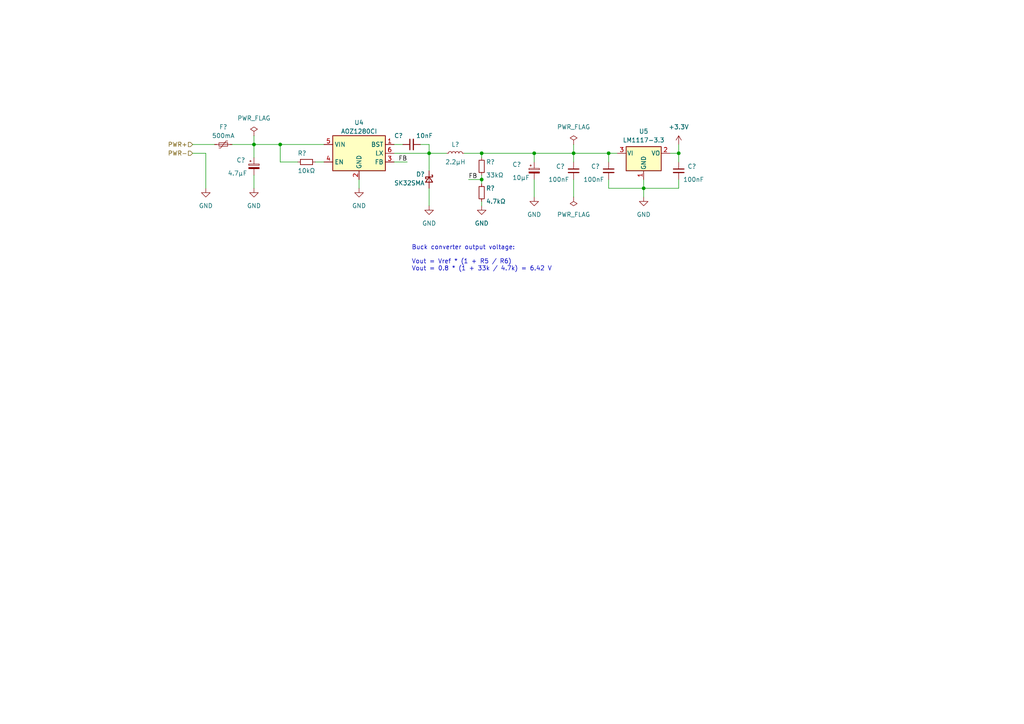
<source format=kicad_sch>
(kicad_sch (version 20211123) (generator eeschema)

  (uuid 5a8461ac-757d-4c57-923c-d8ce29e7ea2d)

  (paper "A4")

  (lib_symbols
    (symbol "Device:C_Polarized_Small" (pin_numbers hide) (pin_names (offset 0.254) hide) (in_bom yes) (on_board yes)
      (property "Reference" "C" (id 0) (at 0.254 1.778 0)
        (effects (font (size 1.27 1.27)) (justify left))
      )
      (property "Value" "C_Polarized_Small" (id 1) (at 0.254 -2.032 0)
        (effects (font (size 1.27 1.27)) (justify left))
      )
      (property "Footprint" "" (id 2) (at 0 0 0)
        (effects (font (size 1.27 1.27)) hide)
      )
      (property "Datasheet" "~" (id 3) (at 0 0 0)
        (effects (font (size 1.27 1.27)) hide)
      )
      (property "ki_keywords" "cap capacitor" (id 4) (at 0 0 0)
        (effects (font (size 1.27 1.27)) hide)
      )
      (property "ki_description" "Polarized capacitor, small symbol" (id 5) (at 0 0 0)
        (effects (font (size 1.27 1.27)) hide)
      )
      (property "ki_fp_filters" "CP_*" (id 6) (at 0 0 0)
        (effects (font (size 1.27 1.27)) hide)
      )
      (symbol "C_Polarized_Small_0_1"
        (rectangle (start -1.524 -0.3048) (end 1.524 -0.6858)
          (stroke (width 0) (type default) (color 0 0 0 0))
          (fill (type outline))
        )
        (rectangle (start -1.524 0.6858) (end 1.524 0.3048)
          (stroke (width 0) (type default) (color 0 0 0 0))
          (fill (type none))
        )
        (polyline
          (pts
            (xy -1.27 1.524)
            (xy -0.762 1.524)
          )
          (stroke (width 0) (type default) (color 0 0 0 0))
          (fill (type none))
        )
        (polyline
          (pts
            (xy -1.016 1.27)
            (xy -1.016 1.778)
          )
          (stroke (width 0) (type default) (color 0 0 0 0))
          (fill (type none))
        )
      )
      (symbol "C_Polarized_Small_1_1"
        (pin passive line (at 0 2.54 270) (length 1.8542)
          (name "~" (effects (font (size 1.27 1.27))))
          (number "1" (effects (font (size 1.27 1.27))))
        )
        (pin passive line (at 0 -2.54 90) (length 1.8542)
          (name "~" (effects (font (size 1.27 1.27))))
          (number "2" (effects (font (size 1.27 1.27))))
        )
      )
    )
    (symbol "Device:C_Small" (pin_numbers hide) (pin_names (offset 0.254) hide) (in_bom yes) (on_board yes)
      (property "Reference" "C" (id 0) (at 0.254 1.778 0)
        (effects (font (size 1.27 1.27)) (justify left))
      )
      (property "Value" "C_Small" (id 1) (at 0.254 -2.032 0)
        (effects (font (size 1.27 1.27)) (justify left))
      )
      (property "Footprint" "" (id 2) (at 0 0 0)
        (effects (font (size 1.27 1.27)) hide)
      )
      (property "Datasheet" "~" (id 3) (at 0 0 0)
        (effects (font (size 1.27 1.27)) hide)
      )
      (property "ki_keywords" "capacitor cap" (id 4) (at 0 0 0)
        (effects (font (size 1.27 1.27)) hide)
      )
      (property "ki_description" "Unpolarized capacitor, small symbol" (id 5) (at 0 0 0)
        (effects (font (size 1.27 1.27)) hide)
      )
      (property "ki_fp_filters" "C_*" (id 6) (at 0 0 0)
        (effects (font (size 1.27 1.27)) hide)
      )
      (symbol "C_Small_0_1"
        (polyline
          (pts
            (xy -1.524 -0.508)
            (xy 1.524 -0.508)
          )
          (stroke (width 0.3302) (type default) (color 0 0 0 0))
          (fill (type none))
        )
        (polyline
          (pts
            (xy -1.524 0.508)
            (xy 1.524 0.508)
          )
          (stroke (width 0.3048) (type default) (color 0 0 0 0))
          (fill (type none))
        )
      )
      (symbol "C_Small_1_1"
        (pin passive line (at 0 2.54 270) (length 2.032)
          (name "~" (effects (font (size 1.27 1.27))))
          (number "1" (effects (font (size 1.27 1.27))))
        )
        (pin passive line (at 0 -2.54 90) (length 2.032)
          (name "~" (effects (font (size 1.27 1.27))))
          (number "2" (effects (font (size 1.27 1.27))))
        )
      )
    )
    (symbol "Device:D_Schottky_Small" (pin_numbers hide) (pin_names (offset 0.254) hide) (in_bom yes) (on_board yes)
      (property "Reference" "D" (id 0) (at -1.27 2.032 0)
        (effects (font (size 1.27 1.27)) (justify left))
      )
      (property "Value" "D_Schottky_Small" (id 1) (at -7.112 -2.032 0)
        (effects (font (size 1.27 1.27)) (justify left))
      )
      (property "Footprint" "" (id 2) (at 0 0 90)
        (effects (font (size 1.27 1.27)) hide)
      )
      (property "Datasheet" "~" (id 3) (at 0 0 90)
        (effects (font (size 1.27 1.27)) hide)
      )
      (property "ki_keywords" "diode Schottky" (id 4) (at 0 0 0)
        (effects (font (size 1.27 1.27)) hide)
      )
      (property "ki_description" "Schottky diode, small symbol" (id 5) (at 0 0 0)
        (effects (font (size 1.27 1.27)) hide)
      )
      (property "ki_fp_filters" "TO-???* *_Diode_* *SingleDiode* D_*" (id 6) (at 0 0 0)
        (effects (font (size 1.27 1.27)) hide)
      )
      (symbol "D_Schottky_Small_0_1"
        (polyline
          (pts
            (xy -0.762 0)
            (xy 0.762 0)
          )
          (stroke (width 0) (type default) (color 0 0 0 0))
          (fill (type none))
        )
        (polyline
          (pts
            (xy 0.762 -1.016)
            (xy -0.762 0)
            (xy 0.762 1.016)
            (xy 0.762 -1.016)
          )
          (stroke (width 0.254) (type default) (color 0 0 0 0))
          (fill (type none))
        )
        (polyline
          (pts
            (xy -1.27 0.762)
            (xy -1.27 1.016)
            (xy -0.762 1.016)
            (xy -0.762 -1.016)
            (xy -0.254 -1.016)
            (xy -0.254 -0.762)
          )
          (stroke (width 0.254) (type default) (color 0 0 0 0))
          (fill (type none))
        )
      )
      (symbol "D_Schottky_Small_1_1"
        (pin passive line (at -2.54 0 0) (length 1.778)
          (name "K" (effects (font (size 1.27 1.27))))
          (number "1" (effects (font (size 1.27 1.27))))
        )
        (pin passive line (at 2.54 0 180) (length 1.778)
          (name "A" (effects (font (size 1.27 1.27))))
          (number "2" (effects (font (size 1.27 1.27))))
        )
      )
    )
    (symbol "Device:L_Small" (pin_numbers hide) (pin_names (offset 0.254) hide) (in_bom yes) (on_board yes)
      (property "Reference" "L" (id 0) (at 0.762 1.016 0)
        (effects (font (size 1.27 1.27)) (justify left))
      )
      (property "Value" "L_Small" (id 1) (at 0.762 -1.016 0)
        (effects (font (size 1.27 1.27)) (justify left))
      )
      (property "Footprint" "" (id 2) (at 0 0 0)
        (effects (font (size 1.27 1.27)) hide)
      )
      (property "Datasheet" "~" (id 3) (at 0 0 0)
        (effects (font (size 1.27 1.27)) hide)
      )
      (property "ki_keywords" "inductor choke coil reactor magnetic" (id 4) (at 0 0 0)
        (effects (font (size 1.27 1.27)) hide)
      )
      (property "ki_description" "Inductor, small symbol" (id 5) (at 0 0 0)
        (effects (font (size 1.27 1.27)) hide)
      )
      (property "ki_fp_filters" "Choke_* *Coil* Inductor_* L_*" (id 6) (at 0 0 0)
        (effects (font (size 1.27 1.27)) hide)
      )
      (symbol "L_Small_0_1"
        (arc (start 0 -2.032) (mid 0.508 -1.524) (end 0 -1.016)
          (stroke (width 0) (type default) (color 0 0 0 0))
          (fill (type none))
        )
        (arc (start 0 -1.016) (mid 0.508 -0.508) (end 0 0)
          (stroke (width 0) (type default) (color 0 0 0 0))
          (fill (type none))
        )
        (arc (start 0 0) (mid 0.508 0.508) (end 0 1.016)
          (stroke (width 0) (type default) (color 0 0 0 0))
          (fill (type none))
        )
        (arc (start 0 1.016) (mid 0.508 1.524) (end 0 2.032)
          (stroke (width 0) (type default) (color 0 0 0 0))
          (fill (type none))
        )
      )
      (symbol "L_Small_1_1"
        (pin passive line (at 0 2.54 270) (length 0.508)
          (name "~" (effects (font (size 1.27 1.27))))
          (number "1" (effects (font (size 1.27 1.27))))
        )
        (pin passive line (at 0 -2.54 90) (length 0.508)
          (name "~" (effects (font (size 1.27 1.27))))
          (number "2" (effects (font (size 1.27 1.27))))
        )
      )
    )
    (symbol "Device:Polyfuse_Small" (pin_numbers hide) (pin_names (offset 0)) (in_bom yes) (on_board yes)
      (property "Reference" "F" (id 0) (at -1.905 0 90)
        (effects (font (size 1.27 1.27)))
      )
      (property "Value" "Polyfuse_Small" (id 1) (at 1.905 0 90)
        (effects (font (size 1.27 1.27)))
      )
      (property "Footprint" "" (id 2) (at 1.27 -5.08 0)
        (effects (font (size 1.27 1.27)) (justify left) hide)
      )
      (property "Datasheet" "~" (id 3) (at 0 0 0)
        (effects (font (size 1.27 1.27)) hide)
      )
      (property "ki_keywords" "resettable fuse PTC PPTC polyfuse polyswitch" (id 4) (at 0 0 0)
        (effects (font (size 1.27 1.27)) hide)
      )
      (property "ki_description" "Resettable fuse, polymeric positive temperature coefficient, small symbol" (id 5) (at 0 0 0)
        (effects (font (size 1.27 1.27)) hide)
      )
      (property "ki_fp_filters" "*polyfuse* *PTC*" (id 6) (at 0 0 0)
        (effects (font (size 1.27 1.27)) hide)
      )
      (symbol "Polyfuse_Small_0_1"
        (rectangle (start -0.508 1.27) (end 0.508 -1.27)
          (stroke (width 0) (type default) (color 0 0 0 0))
          (fill (type none))
        )
        (polyline
          (pts
            (xy 0 2.54)
            (xy 0 -2.54)
          )
          (stroke (width 0) (type default) (color 0 0 0 0))
          (fill (type none))
        )
        (polyline
          (pts
            (xy -1.016 1.27)
            (xy -1.016 0.762)
            (xy 1.016 -0.762)
            (xy 1.016 -1.27)
          )
          (stroke (width 0) (type default) (color 0 0 0 0))
          (fill (type none))
        )
      )
      (symbol "Polyfuse_Small_1_1"
        (pin passive line (at 0 2.54 270) (length 0.635)
          (name "~" (effects (font (size 1.27 1.27))))
          (number "1" (effects (font (size 1.27 1.27))))
        )
        (pin passive line (at 0 -2.54 90) (length 0.635)
          (name "~" (effects (font (size 1.27 1.27))))
          (number "2" (effects (font (size 1.27 1.27))))
        )
      )
    )
    (symbol "Device:R_Small" (pin_numbers hide) (pin_names (offset 0.254) hide) (in_bom yes) (on_board yes)
      (property "Reference" "R" (id 0) (at 0.762 0.508 0)
        (effects (font (size 1.27 1.27)) (justify left))
      )
      (property "Value" "R_Small" (id 1) (at 0.762 -1.016 0)
        (effects (font (size 1.27 1.27)) (justify left))
      )
      (property "Footprint" "" (id 2) (at 0 0 0)
        (effects (font (size 1.27 1.27)) hide)
      )
      (property "Datasheet" "~" (id 3) (at 0 0 0)
        (effects (font (size 1.27 1.27)) hide)
      )
      (property "ki_keywords" "R resistor" (id 4) (at 0 0 0)
        (effects (font (size 1.27 1.27)) hide)
      )
      (property "ki_description" "Resistor, small symbol" (id 5) (at 0 0 0)
        (effects (font (size 1.27 1.27)) hide)
      )
      (property "ki_fp_filters" "R_*" (id 6) (at 0 0 0)
        (effects (font (size 1.27 1.27)) hide)
      )
      (symbol "R_Small_0_1"
        (rectangle (start -0.762 1.778) (end 0.762 -1.778)
          (stroke (width 0.2032) (type default) (color 0 0 0 0))
          (fill (type none))
        )
      )
      (symbol "R_Small_1_1"
        (pin passive line (at 0 2.54 270) (length 0.762)
          (name "~" (effects (font (size 1.27 1.27))))
          (number "1" (effects (font (size 1.27 1.27))))
        )
        (pin passive line (at 0 -2.54 90) (length 0.762)
          (name "~" (effects (font (size 1.27 1.27))))
          (number "2" (effects (font (size 1.27 1.27))))
        )
      )
    )
    (symbol "Regulator_Linear:LM1117-3.3" (pin_names (offset 0.254)) (in_bom yes) (on_board yes)
      (property "Reference" "U" (id 0) (at -3.81 3.175 0)
        (effects (font (size 1.27 1.27)))
      )
      (property "Value" "LM1117-3.3" (id 1) (at 0 3.175 0)
        (effects (font (size 1.27 1.27)) (justify left))
      )
      (property "Footprint" "" (id 2) (at 0 0 0)
        (effects (font (size 1.27 1.27)) hide)
      )
      (property "Datasheet" "http://www.ti.com/lit/ds/symlink/lm1117.pdf" (id 3) (at 0 0 0)
        (effects (font (size 1.27 1.27)) hide)
      )
      (property "ki_keywords" "linear regulator ldo fixed positive" (id 4) (at 0 0 0)
        (effects (font (size 1.27 1.27)) hide)
      )
      (property "ki_description" "800mA Low-Dropout Linear Regulator, 3.3V fixed output, TO-220/TO-252/TO-263/SOT-223" (id 5) (at 0 0 0)
        (effects (font (size 1.27 1.27)) hide)
      )
      (property "ki_fp_filters" "SOT?223* TO?263* TO?252* TO?220*" (id 6) (at 0 0 0)
        (effects (font (size 1.27 1.27)) hide)
      )
      (symbol "LM1117-3.3_0_1"
        (rectangle (start -5.08 -5.08) (end 5.08 1.905)
          (stroke (width 0.254) (type default) (color 0 0 0 0))
          (fill (type background))
        )
      )
      (symbol "LM1117-3.3_1_1"
        (pin power_in line (at 0 -7.62 90) (length 2.54)
          (name "GND" (effects (font (size 1.27 1.27))))
          (number "1" (effects (font (size 1.27 1.27))))
        )
        (pin power_out line (at 7.62 0 180) (length 2.54)
          (name "VO" (effects (font (size 1.27 1.27))))
          (number "2" (effects (font (size 1.27 1.27))))
        )
        (pin power_in line (at -7.62 0 0) (length 2.54)
          (name "VI" (effects (font (size 1.27 1.27))))
          (number "3" (effects (font (size 1.27 1.27))))
        )
      )
    )
    (symbol "Regulator_Switching:AOZ1280CI" (in_bom yes) (on_board yes)
      (property "Reference" "U" (id 0) (at -6.35 -6.35 0)
        (effects (font (size 1.27 1.27)))
      )
      (property "Value" "AOZ1280CI" (id 1) (at -2.54 6.35 0)
        (effects (font (size 1.27 1.27)))
      )
      (property "Footprint" "Package_TO_SOT_SMD:SOT-23-6" (id 2) (at 17.78 -6.35 0)
        (effects (font (size 1.27 1.27)) hide)
      )
      (property "Datasheet" "http://aosmd.com/res/data_sheets/AOZ1280CI.pdf" (id 3) (at -6.35 -6.35 0)
        (effects (font (size 1.27 1.27)) hide)
      )
      (property "ki_keywords" "switching buck converter" (id 4) (at 0 0 0)
        (effects (font (size 1.27 1.27)) hide)
      )
      (property "ki_description" "1.2 A Simple Buck Regulator, 3-26V input, 1.5Mhz" (id 5) (at 0 0 0)
        (effects (font (size 1.27 1.27)) hide)
      )
      (property "ki_fp_filters" "SOT?23*" (id 6) (at 0 0 0)
        (effects (font (size 1.27 1.27)) hide)
      )
      (symbol "AOZ1280CI_0_1"
        (rectangle (start -7.62 5.08) (end 7.62 -5.08)
          (stroke (width 0.254) (type default) (color 0 0 0 0))
          (fill (type background))
        )
      )
      (symbol "AOZ1280CI_1_1"
        (pin input line (at 10.16 2.54 180) (length 2.54)
          (name "BST" (effects (font (size 1.27 1.27))))
          (number "1" (effects (font (size 1.27 1.27))))
        )
        (pin power_in line (at 0 -7.62 90) (length 2.54)
          (name "GND" (effects (font (size 1.27 1.27))))
          (number "2" (effects (font (size 1.27 1.27))))
        )
        (pin input line (at 10.16 -2.54 180) (length 2.54)
          (name "FB" (effects (font (size 1.27 1.27))))
          (number "3" (effects (font (size 1.27 1.27))))
        )
        (pin input line (at -10.16 -2.54 0) (length 2.54)
          (name "EN" (effects (font (size 1.27 1.27))))
          (number "4" (effects (font (size 1.27 1.27))))
        )
        (pin power_in line (at -10.16 2.54 0) (length 2.54)
          (name "VIN" (effects (font (size 1.27 1.27))))
          (number "5" (effects (font (size 1.27 1.27))))
        )
        (pin power_out line (at 10.16 0 180) (length 2.54)
          (name "LX" (effects (font (size 1.27 1.27))))
          (number "6" (effects (font (size 1.27 1.27))))
        )
      )
    )
    (symbol "power:+3.3V" (power) (pin_names (offset 0)) (in_bom yes) (on_board yes)
      (property "Reference" "#PWR" (id 0) (at 0 -3.81 0)
        (effects (font (size 1.27 1.27)) hide)
      )
      (property "Value" "+3.3V" (id 1) (at 0 3.556 0)
        (effects (font (size 1.27 1.27)))
      )
      (property "Footprint" "" (id 2) (at 0 0 0)
        (effects (font (size 1.27 1.27)) hide)
      )
      (property "Datasheet" "" (id 3) (at 0 0 0)
        (effects (font (size 1.27 1.27)) hide)
      )
      (property "ki_keywords" "power-flag" (id 4) (at 0 0 0)
        (effects (font (size 1.27 1.27)) hide)
      )
      (property "ki_description" "Power symbol creates a global label with name \"+3.3V\"" (id 5) (at 0 0 0)
        (effects (font (size 1.27 1.27)) hide)
      )
      (symbol "+3.3V_0_1"
        (polyline
          (pts
            (xy -0.762 1.27)
            (xy 0 2.54)
          )
          (stroke (width 0) (type default) (color 0 0 0 0))
          (fill (type none))
        )
        (polyline
          (pts
            (xy 0 0)
            (xy 0 2.54)
          )
          (stroke (width 0) (type default) (color 0 0 0 0))
          (fill (type none))
        )
        (polyline
          (pts
            (xy 0 2.54)
            (xy 0.762 1.27)
          )
          (stroke (width 0) (type default) (color 0 0 0 0))
          (fill (type none))
        )
      )
      (symbol "+3.3V_1_1"
        (pin power_in line (at 0 0 90) (length 0) hide
          (name "+3.3V" (effects (font (size 1.27 1.27))))
          (number "1" (effects (font (size 1.27 1.27))))
        )
      )
    )
    (symbol "power:GND" (power) (pin_names (offset 0)) (in_bom yes) (on_board yes)
      (property "Reference" "#PWR" (id 0) (at 0 -6.35 0)
        (effects (font (size 1.27 1.27)) hide)
      )
      (property "Value" "GND" (id 1) (at 0 -3.81 0)
        (effects (font (size 1.27 1.27)))
      )
      (property "Footprint" "" (id 2) (at 0 0 0)
        (effects (font (size 1.27 1.27)) hide)
      )
      (property "Datasheet" "" (id 3) (at 0 0 0)
        (effects (font (size 1.27 1.27)) hide)
      )
      (property "ki_keywords" "power-flag" (id 4) (at 0 0 0)
        (effects (font (size 1.27 1.27)) hide)
      )
      (property "ki_description" "Power symbol creates a global label with name \"GND\" , ground" (id 5) (at 0 0 0)
        (effects (font (size 1.27 1.27)) hide)
      )
      (symbol "GND_0_1"
        (polyline
          (pts
            (xy 0 0)
            (xy 0 -1.27)
            (xy 1.27 -1.27)
            (xy 0 -2.54)
            (xy -1.27 -1.27)
            (xy 0 -1.27)
          )
          (stroke (width 0) (type default) (color 0 0 0 0))
          (fill (type none))
        )
      )
      (symbol "GND_1_1"
        (pin power_in line (at 0 0 270) (length 0) hide
          (name "GND" (effects (font (size 1.27 1.27))))
          (number "1" (effects (font (size 1.27 1.27))))
        )
      )
    )
    (symbol "power:PWR_FLAG" (power) (pin_numbers hide) (pin_names (offset 0) hide) (in_bom yes) (on_board yes)
      (property "Reference" "#FLG" (id 0) (at 0 1.905 0)
        (effects (font (size 1.27 1.27)) hide)
      )
      (property "Value" "PWR_FLAG" (id 1) (at 0 3.81 0)
        (effects (font (size 1.27 1.27)))
      )
      (property "Footprint" "" (id 2) (at 0 0 0)
        (effects (font (size 1.27 1.27)) hide)
      )
      (property "Datasheet" "~" (id 3) (at 0 0 0)
        (effects (font (size 1.27 1.27)) hide)
      )
      (property "ki_keywords" "power-flag" (id 4) (at 0 0 0)
        (effects (font (size 1.27 1.27)) hide)
      )
      (property "ki_description" "Special symbol for telling ERC where power comes from" (id 5) (at 0 0 0)
        (effects (font (size 1.27 1.27)) hide)
      )
      (symbol "PWR_FLAG_0_0"
        (pin power_out line (at 0 0 90) (length 0)
          (name "pwr" (effects (font (size 1.27 1.27))))
          (number "1" (effects (font (size 1.27 1.27))))
        )
      )
      (symbol "PWR_FLAG_0_1"
        (polyline
          (pts
            (xy 0 0)
            (xy 0 1.27)
            (xy -1.016 1.905)
            (xy 0 2.54)
            (xy 1.016 1.905)
            (xy 0 1.27)
          )
          (stroke (width 0) (type default) (color 0 0 0 0))
          (fill (type none))
        )
      )
    )
  )

  (junction (at 176.53 44.45) (diameter 0) (color 0 0 0 0)
    (uuid 194dad0d-0b12-43fa-b4dd-8363e095f753)
  )
  (junction (at 124.46 44.45) (diameter 0) (color 0 0 0 0)
    (uuid 1ba47e0c-d65c-4c2a-9cbf-35a6558cf831)
  )
  (junction (at 154.94 44.45) (diameter 0) (color 0 0 0 0)
    (uuid 37520bfb-b36c-434e-848f-6847bfe76bfe)
  )
  (junction (at 73.66 41.91) (diameter 0) (color 0 0 0 0)
    (uuid 491c7ebc-37fa-4137-b6e5-fe6a87fbb000)
  )
  (junction (at 139.7 44.45) (diameter 0) (color 0 0 0 0)
    (uuid 739c6605-e355-43c8-905d-e672e25a9ca9)
  )
  (junction (at 166.37 44.45) (diameter 0) (color 0 0 0 0)
    (uuid 822c857c-bdc5-4ab9-82ea-794a5b7a906f)
  )
  (junction (at 196.85 44.45) (diameter 0) (color 0 0 0 0)
    (uuid 973e57d9-d9de-4207-839b-68dfb581dc4d)
  )
  (junction (at 186.69 54.61) (diameter 0) (color 0 0 0 0)
    (uuid d3467193-9926-4c7f-b1b4-75c69d26be37)
  )
  (junction (at 139.7 52.07) (diameter 0) (color 0 0 0 0)
    (uuid d5ff5b15-d852-4a2b-891e-d4bf00afd2e2)
  )
  (junction (at 81.28 41.91) (diameter 0) (color 0 0 0 0)
    (uuid ecb42793-d230-4e39-840f-0eb0b77756d4)
  )

  (wire (pts (xy 176.53 44.45) (xy 176.53 46.99))
    (stroke (width 0) (type default) (color 0 0 0 0))
    (uuid 00882d6e-38d1-483a-ab69-ccc64f261f5e)
  )
  (wire (pts (xy 176.53 44.45) (xy 179.07 44.45))
    (stroke (width 0) (type default) (color 0 0 0 0))
    (uuid 04b3c53f-3c50-452a-a24f-91ca02ebb4f9)
  )
  (wire (pts (xy 67.31 41.91) (xy 73.66 41.91))
    (stroke (width 0) (type default) (color 0 0 0 0))
    (uuid 09ef03ce-c363-4f6a-a593-2c0890da4c3a)
  )
  (wire (pts (xy 176.53 54.61) (xy 186.69 54.61))
    (stroke (width 0) (type default) (color 0 0 0 0))
    (uuid 18108488-9887-49da-ae0b-4fd7931d8f44)
  )
  (wire (pts (xy 196.85 44.45) (xy 196.85 46.99))
    (stroke (width 0) (type default) (color 0 0 0 0))
    (uuid 1816e543-7a3f-4620-9c2e-ecfe8e5c05b3)
  )
  (wire (pts (xy 55.88 44.45) (xy 59.69 44.45))
    (stroke (width 0) (type default) (color 0 0 0 0))
    (uuid 1d4fe6fe-7c2c-42b3-a5b8-0456bc89b4a4)
  )
  (wire (pts (xy 86.36 46.99) (xy 81.28 46.99))
    (stroke (width 0) (type default) (color 0 0 0 0))
    (uuid 282921e4-be40-4b1f-bdbc-543817fde1ca)
  )
  (wire (pts (xy 73.66 39.37) (xy 73.66 41.91))
    (stroke (width 0) (type default) (color 0 0 0 0))
    (uuid 2c5c9dc9-b27c-4b51-b178-955036ab0def)
  )
  (wire (pts (xy 139.7 44.45) (xy 139.7 45.72))
    (stroke (width 0) (type default) (color 0 0 0 0))
    (uuid 2ef80756-2d16-4646-a2e9-c2adf356c238)
  )
  (wire (pts (xy 73.66 41.91) (xy 73.66 45.72))
    (stroke (width 0) (type default) (color 0 0 0 0))
    (uuid 306360ad-e98a-47ee-a628-9e972c81a6b1)
  )
  (wire (pts (xy 139.7 50.8) (xy 139.7 52.07))
    (stroke (width 0) (type default) (color 0 0 0 0))
    (uuid 3438919f-9346-4ae4-9514-b46dc7978bfd)
  )
  (wire (pts (xy 166.37 44.45) (xy 166.37 46.99))
    (stroke (width 0) (type default) (color 0 0 0 0))
    (uuid 370e7b39-9e73-465c-beb4-7a19a7dc5f04)
  )
  (wire (pts (xy 186.69 54.61) (xy 196.85 54.61))
    (stroke (width 0) (type default) (color 0 0 0 0))
    (uuid 3d75b551-8738-4ebe-83e2-58fbdd73943c)
  )
  (wire (pts (xy 154.94 44.45) (xy 166.37 44.45))
    (stroke (width 0) (type default) (color 0 0 0 0))
    (uuid 441d6073-25b0-482c-b7e7-cffb44518d89)
  )
  (wire (pts (xy 154.94 52.07) (xy 154.94 57.15))
    (stroke (width 0) (type default) (color 0 0 0 0))
    (uuid 45d66759-cefb-4d7d-95de-6182204cb044)
  )
  (wire (pts (xy 196.85 52.07) (xy 196.85 54.61))
    (stroke (width 0) (type default) (color 0 0 0 0))
    (uuid 47099763-7a6c-4cf4-9a78-2847e52020dd)
  )
  (wire (pts (xy 124.46 44.45) (xy 124.46 49.53))
    (stroke (width 0) (type default) (color 0 0 0 0))
    (uuid 49c88ca5-5dd7-4d34-b818-683683bdbd5f)
  )
  (wire (pts (xy 154.94 44.45) (xy 154.94 46.99))
    (stroke (width 0) (type default) (color 0 0 0 0))
    (uuid 640c4ca2-746b-4b97-969b-a9a39c36cd3e)
  )
  (wire (pts (xy 166.37 41.91) (xy 166.37 44.45))
    (stroke (width 0) (type default) (color 0 0 0 0))
    (uuid 6b6088ad-8da9-463b-9bb1-4541c50e8e1a)
  )
  (wire (pts (xy 114.3 44.45) (xy 124.46 44.45))
    (stroke (width 0) (type default) (color 0 0 0 0))
    (uuid 6f9c85c1-79d8-4671-97dc-e841745994f4)
  )
  (wire (pts (xy 186.69 52.07) (xy 186.69 54.61))
    (stroke (width 0) (type default) (color 0 0 0 0))
    (uuid 7b63f695-ff2d-42f2-a922-71c469c6d7f9)
  )
  (wire (pts (xy 91.44 46.99) (xy 93.98 46.99))
    (stroke (width 0) (type default) (color 0 0 0 0))
    (uuid 7c4a0093-b006-402e-ac48-f7bb2928c67d)
  )
  (wire (pts (xy 176.53 54.61) (xy 176.53 52.07))
    (stroke (width 0) (type default) (color 0 0 0 0))
    (uuid 7cdfe16b-646d-4d77-81b0-449f5466d677)
  )
  (wire (pts (xy 139.7 44.45) (xy 154.94 44.45))
    (stroke (width 0) (type default) (color 0 0 0 0))
    (uuid 7e400735-8e57-4ee2-a16e-f969f5a9cf4d)
  )
  (wire (pts (xy 59.69 44.45) (xy 59.69 54.61))
    (stroke (width 0) (type default) (color 0 0 0 0))
    (uuid 81898d50-84b9-4ac5-80af-63c25c389019)
  )
  (wire (pts (xy 104.14 52.07) (xy 104.14 54.61))
    (stroke (width 0) (type default) (color 0 0 0 0))
    (uuid 869c1994-50b8-4dd8-91af-9862ff2bd13c)
  )
  (wire (pts (xy 124.46 44.45) (xy 129.54 44.45))
    (stroke (width 0) (type default) (color 0 0 0 0))
    (uuid 8dfa00b1-3e53-4761-be92-f0ecbb2c7d84)
  )
  (wire (pts (xy 186.69 54.61) (xy 186.69 57.15))
    (stroke (width 0) (type default) (color 0 0 0 0))
    (uuid 9adcf8e9-2286-4624-8621-0a7f793a8e96)
  )
  (wire (pts (xy 124.46 54.61) (xy 124.46 59.69))
    (stroke (width 0) (type default) (color 0 0 0 0))
    (uuid 9b46fe76-877a-4f1c-bf39-da150646caa2)
  )
  (wire (pts (xy 81.28 41.91) (xy 93.98 41.91))
    (stroke (width 0) (type default) (color 0 0 0 0))
    (uuid b783c39a-0a5e-486d-9f99-45228938d6f0)
  )
  (wire (pts (xy 114.3 41.91) (xy 116.84 41.91))
    (stroke (width 0) (type default) (color 0 0 0 0))
    (uuid b836a7d7-e46e-40e7-8d05-348e89027448)
  )
  (wire (pts (xy 139.7 58.42) (xy 139.7 59.69))
    (stroke (width 0) (type default) (color 0 0 0 0))
    (uuid b988f241-fc35-46c4-9032-c5a39f5931e6)
  )
  (wire (pts (xy 139.7 52.07) (xy 139.7 53.34))
    (stroke (width 0) (type default) (color 0 0 0 0))
    (uuid ba1a7bb4-3911-417c-9bd9-93eaf811b78a)
  )
  (wire (pts (xy 196.85 41.91) (xy 196.85 44.45))
    (stroke (width 0) (type default) (color 0 0 0 0))
    (uuid c05097dc-03a9-499d-b134-ae8cff44d3e9)
  )
  (wire (pts (xy 124.46 41.91) (xy 124.46 44.45))
    (stroke (width 0) (type default) (color 0 0 0 0))
    (uuid c2112051-c163-467e-a024-7ed34de7f14d)
  )
  (wire (pts (xy 73.66 50.8) (xy 73.66 54.61))
    (stroke (width 0) (type default) (color 0 0 0 0))
    (uuid c3bbef76-c534-424c-81a2-b1ad1f173c28)
  )
  (wire (pts (xy 55.88 41.91) (xy 62.23 41.91))
    (stroke (width 0) (type default) (color 0 0 0 0))
    (uuid c5400cad-2c70-4b07-8410-c134001de932)
  )
  (wire (pts (xy 135.89 52.07) (xy 139.7 52.07))
    (stroke (width 0) (type default) (color 0 0 0 0))
    (uuid c72ef049-0df2-4369-a7e6-ad2579e89d06)
  )
  (wire (pts (xy 121.92 41.91) (xy 124.46 41.91))
    (stroke (width 0) (type default) (color 0 0 0 0))
    (uuid d071dc37-20fd-4ba5-9e11-18b6373f4175)
  )
  (wire (pts (xy 81.28 41.91) (xy 73.66 41.91))
    (stroke (width 0) (type default) (color 0 0 0 0))
    (uuid d661c9ae-3feb-47a5-b522-2900092142ff)
  )
  (wire (pts (xy 194.31 44.45) (xy 196.85 44.45))
    (stroke (width 0) (type default) (color 0 0 0 0))
    (uuid d9dc7dd8-780f-4f9e-884b-cb61fa5512b3)
  )
  (wire (pts (xy 134.62 44.45) (xy 139.7 44.45))
    (stroke (width 0) (type default) (color 0 0 0 0))
    (uuid dc2c7c8f-4620-4878-89e3-7aceaf802644)
  )
  (wire (pts (xy 114.3 46.99) (xy 118.11 46.99))
    (stroke (width 0) (type default) (color 0 0 0 0))
    (uuid e62d102d-3969-415f-a2cc-f7f53425e303)
  )
  (wire (pts (xy 81.28 46.99) (xy 81.28 41.91))
    (stroke (width 0) (type default) (color 0 0 0 0))
    (uuid e9a2ca35-9c44-427f-a8f6-731d8d817da9)
  )
  (wire (pts (xy 166.37 52.07) (xy 166.37 57.15))
    (stroke (width 0) (type default) (color 0 0 0 0))
    (uuid eed76b79-75a4-47d2-bfd8-d3abae125a2b)
  )
  (wire (pts (xy 166.37 44.45) (xy 176.53 44.45))
    (stroke (width 0) (type default) (color 0 0 0 0))
    (uuid f6deaa51-3c59-471e-8ee2-6ecdb769b400)
  )

  (text "Buck converter output voltage:\n\nVout = Vref * (1 + R5 / R6)\nVout = 0.8 * (1 + 33k / 4.7k) = 6.42 V"
    (at 119.38 78.74 0)
    (effects (font (size 1.27 1.27)) (justify left bottom))
    (uuid 45a66dbf-6407-4cce-b435-238b72aa0528)
  )

  (label "FB" (at 135.89 52.07 0)
    (effects (font (size 1.27 1.27)) (justify left bottom))
    (uuid 4d93e7f6-bcdd-4ca6-b5d4-ce213c89acfa)
  )
  (label "FB" (at 118.11 46.99 180)
    (effects (font (size 1.27 1.27)) (justify right bottom))
    (uuid c807222a-2197-48e0-bdfb-bce7b33552e0)
  )

  (hierarchical_label "PWR+" (shape input) (at 55.88 41.91 180)
    (effects (font (size 1.27 1.27)) (justify right))
    (uuid 0cfbff86-74bd-4d35-96dd-6a80c483f92b)
  )
  (hierarchical_label "PWR-" (shape input) (at 55.88 44.45 180)
    (effects (font (size 1.27 1.27)) (justify right))
    (uuid 729ee78c-a194-4d75-a74b-3cbe09304c41)
  )

  (symbol (lib_id "Device:C_Polarized_Small") (at 154.94 49.53 0) (unit 1)
    (in_bom yes) (on_board yes)
    (uuid 002d8516-641b-4814-acf0-88bd28e1318c)
    (property "Reference" "C?" (id 0) (at 148.59 47.7138 0)
      (effects (font (size 1.27 1.27)) (justify left))
    )
    (property "Value" "10μF" (id 1) (at 148.59 51.5238 0)
      (effects (font (size 1.27 1.27)) (justify left))
    )
    (property "Footprint" "Capacitor_SMD:C_Elec_4x5.4" (id 2) (at 154.94 49.53 0)
      (effects (font (size 1.27 1.27)) hide)
    )
    (property "Datasheet" "~" (id 3) (at 154.94 49.53 0)
      (effects (font (size 1.27 1.27)) hide)
    )
    (pin "1" (uuid beaf43a3-cfde-4f16-af1c-2d4d13d438fa))
    (pin "2" (uuid 32f9af01-a9b3-4f1a-a677-c92951f1cdd0))
  )

  (symbol (lib_id "power:GND") (at 139.7 59.69 0) (unit 1)
    (in_bom yes) (on_board yes) (fields_autoplaced)
    (uuid 0067eb0e-e2f1-4c06-9cdf-14ff1535d0bf)
    (property "Reference" "#PWR?" (id 0) (at 139.7 66.04 0)
      (effects (font (size 1.27 1.27)) hide)
    )
    (property "Value" "GND" (id 1) (at 139.7 64.77 0))
    (property "Footprint" "" (id 2) (at 139.7 59.69 0)
      (effects (font (size 1.27 1.27)) hide)
    )
    (property "Datasheet" "" (id 3) (at 139.7 59.69 0)
      (effects (font (size 1.27 1.27)) hide)
    )
    (pin "1" (uuid 9dfc044c-562a-4b35-a8b1-ad7edd1bff4b))
  )

  (symbol (lib_id "Device:C_Small") (at 176.53 49.53 0) (unit 1)
    (in_bom yes) (on_board yes)
    (uuid 0a313632-8835-431a-94e8-43d7fdd02033)
    (property "Reference" "C?" (id 0) (at 173.99 48.2662 0)
      (effects (font (size 1.27 1.27)) (justify right))
    )
    (property "Value" "100nF" (id 1) (at 175.26 52.0762 0)
      (effects (font (size 1.27 1.27)) (justify right))
    )
    (property "Footprint" "Capacitor_SMD:C_0603_1608Metric" (id 2) (at 176.53 49.53 0)
      (effects (font (size 1.27 1.27)) hide)
    )
    (property "Datasheet" "~" (id 3) (at 176.53 49.53 0)
      (effects (font (size 1.27 1.27)) hide)
    )
    (pin "1" (uuid 89cfa062-1b44-4ebd-928b-72b98cff7b8f))
    (pin "2" (uuid 3ea6c51a-8780-44f1-8e76-f55afe18851e))
  )

  (symbol (lib_id "Device:R_Small") (at 88.9 46.99 90) (unit 1)
    (in_bom yes) (on_board yes)
    (uuid 0b4076aa-fa6d-46ae-9ef0-a3af11f0c415)
    (property "Reference" "R?" (id 0) (at 88.8999 44.45 90)
      (effects (font (size 1.27 1.27)) (justify left))
    )
    (property "Value" "10kΩ" (id 1) (at 91.4399 49.53 90)
      (effects (font (size 1.27 1.27)) (justify left))
    )
    (property "Footprint" "Resistor_SMD:R_0603_1608Metric" (id 2) (at 88.9 46.99 0)
      (effects (font (size 1.27 1.27)) hide)
    )
    (property "Datasheet" "~" (id 3) (at 88.9 46.99 0)
      (effects (font (size 1.27 1.27)) hide)
    )
    (pin "1" (uuid c173e3fd-66eb-4b5d-b70c-f40e7944c609))
    (pin "2" (uuid fb00b3f3-6012-459b-90fc-31b0ea34c8b6))
  )

  (symbol (lib_id "power:GND") (at 154.94 57.15 0) (unit 1)
    (in_bom yes) (on_board yes) (fields_autoplaced)
    (uuid 1f32a673-ce00-44ac-bd15-05664fa45187)
    (property "Reference" "#PWR?" (id 0) (at 154.94 63.5 0)
      (effects (font (size 1.27 1.27)) hide)
    )
    (property "Value" "GND" (id 1) (at 154.94 62.23 0))
    (property "Footprint" "" (id 2) (at 154.94 57.15 0)
      (effects (font (size 1.27 1.27)) hide)
    )
    (property "Datasheet" "" (id 3) (at 154.94 57.15 0)
      (effects (font (size 1.27 1.27)) hide)
    )
    (pin "1" (uuid bf242101-f925-4814-b692-7c72c6ba7dd2))
  )

  (symbol (lib_id "Device:L_Small") (at 132.08 44.45 90) (unit 1)
    (in_bom yes) (on_board yes)
    (uuid 21b4fad9-32e4-460a-a795-a61acc7d44f7)
    (property "Reference" "L?" (id 0) (at 132.08 41.91 90))
    (property "Value" "2.2μH" (id 1) (at 132.08 46.99 90))
    (property "Footprint" "Inductor_SMD:L_Bourns-SRN4018" (id 2) (at 132.08 44.45 0)
      (effects (font (size 1.27 1.27)) hide)
    )
    (property "Datasheet" "~" (id 3) (at 132.08 44.45 0)
      (effects (font (size 1.27 1.27)) hide)
    )
    (pin "1" (uuid 49f90985-f961-4cb5-8694-c3171ca84b7a))
    (pin "2" (uuid 8e67db1d-b1e0-4220-ae32-38925d36d4f3))
  )

  (symbol (lib_id "Regulator_Linear:LM1117-3.3") (at 186.69 44.45 0) (unit 1)
    (in_bom yes) (on_board yes)
    (uuid 37b53fb0-a891-473e-b48e-47da4bf7e725)
    (property "Reference" "U5" (id 0) (at 186.69 38.1 0))
    (property "Value" "LM1117-3.3" (id 1) (at 186.69 40.64 0))
    (property "Footprint" "Package_TO_SOT_SMD:SOT-223-3_TabPin2" (id 2) (at 186.69 44.45 0)
      (effects (font (size 1.27 1.27)) hide)
    )
    (property "Datasheet" "http://www.ti.com/lit/ds/symlink/lm1117.pdf" (id 3) (at 186.69 44.45 0)
      (effects (font (size 1.27 1.27)) hide)
    )
    (pin "1" (uuid 665c6956-de2c-4f99-af74-914a81ff141b))
    (pin "2" (uuid 534aa14c-1a7c-43e5-8214-d911858e5f5a))
    (pin "3" (uuid 76562ab3-1f5e-4c3a-b48e-7b78911ad918))
  )

  (symbol (lib_id "power:+3.3V") (at 196.85 41.91 0) (unit 1)
    (in_bom yes) (on_board yes) (fields_autoplaced)
    (uuid 3bb40919-e567-4f61-a111-df2ec736910f)
    (property "Reference" "#PWR?" (id 0) (at 196.85 45.72 0)
      (effects (font (size 1.27 1.27)) hide)
    )
    (property "Value" "+3.3V" (id 1) (at 196.85 36.83 0))
    (property "Footprint" "" (id 2) (at 196.85 41.91 0)
      (effects (font (size 1.27 1.27)) hide)
    )
    (property "Datasheet" "" (id 3) (at 196.85 41.91 0)
      (effects (font (size 1.27 1.27)) hide)
    )
    (pin "1" (uuid b08d081a-5a51-4f8b-8805-eb735fd443b3))
  )

  (symbol (lib_id "Device:C_Small") (at 166.37 49.53 0) (unit 1)
    (in_bom yes) (on_board yes)
    (uuid 476600ed-d868-4b2c-a54a-4f87794b8df5)
    (property "Reference" "C?" (id 0) (at 163.83 48.2662 0)
      (effects (font (size 1.27 1.27)) (justify right))
    )
    (property "Value" "100nF" (id 1) (at 165.1 52.0762 0)
      (effects (font (size 1.27 1.27)) (justify right))
    )
    (property "Footprint" "Capacitor_SMD:C_0603_1608Metric" (id 2) (at 166.37 49.53 0)
      (effects (font (size 1.27 1.27)) hide)
    )
    (property "Datasheet" "~" (id 3) (at 166.37 49.53 0)
      (effects (font (size 1.27 1.27)) hide)
    )
    (pin "1" (uuid 7e8adb25-c769-4bf4-a406-1f51bbb9e500))
    (pin "2" (uuid e3a63041-2370-4503-83b5-20844ee00fd0))
  )

  (symbol (lib_id "power:GND") (at 59.69 54.61 0) (unit 1)
    (in_bom yes) (on_board yes) (fields_autoplaced)
    (uuid 49cd9422-1c20-4fc1-8fac-61b74ae2207f)
    (property "Reference" "#PWR?" (id 0) (at 59.69 60.96 0)
      (effects (font (size 1.27 1.27)) hide)
    )
    (property "Value" "GND" (id 1) (at 59.69 59.69 0))
    (property "Footprint" "" (id 2) (at 59.69 54.61 0)
      (effects (font (size 1.27 1.27)) hide)
    )
    (property "Datasheet" "" (id 3) (at 59.69 54.61 0)
      (effects (font (size 1.27 1.27)) hide)
    )
    (pin "1" (uuid 68f180eb-a259-441c-9a0e-65e4f63428dc))
  )

  (symbol (lib_id "Device:C_Small") (at 119.38 41.91 90) (unit 1)
    (in_bom yes) (on_board yes)
    (uuid 5753e775-b935-460f-8c21-d2a5614bb8c4)
    (property "Reference" "C?" (id 0) (at 114.3062 39.37 90)
      (effects (font (size 1.27 1.27)) (justify right))
    )
    (property "Value" "10nF" (id 1) (at 120.6562 39.37 90)
      (effects (font (size 1.27 1.27)) (justify right))
    )
    (property "Footprint" "Capacitor_SMD:C_0603_1608Metric" (id 2) (at 119.38 41.91 0)
      (effects (font (size 1.27 1.27)) hide)
    )
    (property "Datasheet" "~" (id 3) (at 119.38 41.91 0)
      (effects (font (size 1.27 1.27)) hide)
    )
    (pin "1" (uuid 3492b964-70c4-42a1-9bd1-f1712627e45c))
    (pin "2" (uuid 6aec1669-50d3-4b7f-a68e-8fd710577d2c))
  )

  (symbol (lib_id "Device:Polyfuse_Small") (at 64.77 41.91 90) (unit 1)
    (in_bom yes) (on_board yes)
    (uuid 6ce41f9e-74c7-44ef-9098-935c2ee0c091)
    (property "Reference" "F?" (id 0) (at 64.77 36.83 90))
    (property "Value" "500mA" (id 1) (at 64.77 39.37 90))
    (property "Footprint" "Fuse:Fuse_1210_3225Metric" (id 2) (at 69.85 40.64 0)
      (effects (font (size 1.27 1.27)) (justify left) hide)
    )
    (property "Datasheet" "~" (id 3) (at 64.77 41.91 0)
      (effects (font (size 1.27 1.27)) hide)
    )
    (pin "1" (uuid 51abd597-9277-47c2-b59e-a009aba027dd))
    (pin "2" (uuid 896bb512-36e7-4ae4-beaa-b38a75bf2087))
  )

  (symbol (lib_id "power:GND") (at 124.46 59.69 0) (unit 1)
    (in_bom yes) (on_board yes) (fields_autoplaced)
    (uuid 778d7ea2-8981-42e4-aecc-1a643ad85bae)
    (property "Reference" "#PWR?" (id 0) (at 124.46 66.04 0)
      (effects (font (size 1.27 1.27)) hide)
    )
    (property "Value" "GND" (id 1) (at 124.46 64.77 0))
    (property "Footprint" "" (id 2) (at 124.46 59.69 0)
      (effects (font (size 1.27 1.27)) hide)
    )
    (property "Datasheet" "" (id 3) (at 124.46 59.69 0)
      (effects (font (size 1.27 1.27)) hide)
    )
    (pin "1" (uuid 947a1e1e-16e2-42e9-a204-f6c010b8eea6))
  )

  (symbol (lib_id "Device:D_Schottky_Small") (at 124.46 52.07 270) (unit 1)
    (in_bom yes) (on_board yes)
    (uuid 79736008-8595-4806-8463-c1d4291b0374)
    (property "Reference" "D?" (id 0) (at 120.65 50.5459 90)
      (effects (font (size 1.27 1.27)) (justify left))
    )
    (property "Value" "SK32SMA" (id 1) (at 114.3 53.0859 90)
      (effects (font (size 1.27 1.27)) (justify left))
    )
    (property "Footprint" "Diode_SMD:D_SMA" (id 2) (at 124.46 52.07 90)
      (effects (font (size 1.27 1.27)) hide)
    )
    (property "Datasheet" "~" (id 3) (at 124.46 52.07 90)
      (effects (font (size 1.27 1.27)) hide)
    )
    (pin "1" (uuid 17b04037-e5ab-43ac-aac0-76ac8697b5c8))
    (pin "2" (uuid dc6f9e45-ae6d-461d-b484-28e30265bb76))
  )

  (symbol (lib_id "Device:R_Small") (at 139.7 55.88 0) (unit 1)
    (in_bom yes) (on_board yes)
    (uuid 7fdb92b7-cda0-483e-a14c-466ff4b98882)
    (property "Reference" "R?" (id 0) (at 140.97 54.6099 0)
      (effects (font (size 1.27 1.27)) (justify left))
    )
    (property "Value" "4.7kΩ" (id 1) (at 140.97 58.4199 0)
      (effects (font (size 1.27 1.27)) (justify left))
    )
    (property "Footprint" "Resistor_SMD:R_0603_1608Metric" (id 2) (at 139.7 55.88 0)
      (effects (font (size 1.27 1.27)) hide)
    )
    (property "Datasheet" "~" (id 3) (at 139.7 55.88 0)
      (effects (font (size 1.27 1.27)) hide)
    )
    (pin "1" (uuid cd7bd7dc-51f3-43bd-90e3-76115a136b97))
    (pin "2" (uuid 964ded22-8bfc-437a-9b7e-7efe7058c229))
  )

  (symbol (lib_id "Regulator_Switching:AOZ1280CI") (at 104.14 44.45 0) (unit 1)
    (in_bom yes) (on_board yes)
    (uuid 89c79bc6-9cc0-4ef5-9439-d1825f4454a6)
    (property "Reference" "U4" (id 0) (at 104.14 35.56 0))
    (property "Value" "AOZ1280CI" (id 1) (at 104.14 38.1 0))
    (property "Footprint" "Package_TO_SOT_SMD:SOT-23-6" (id 2) (at 121.92 50.8 0)
      (effects (font (size 1.27 1.27)) hide)
    )
    (property "Datasheet" "http://aosmd.com/res/data_sheets/AOZ1280CI.pdf" (id 3) (at 97.79 50.8 0)
      (effects (font (size 1.27 1.27)) hide)
    )
    (pin "1" (uuid 00293c46-d347-466e-8843-5441279c0a6a))
    (pin "2" (uuid 32db1c61-3413-4a78-ae1b-fb31c2c2f4fb))
    (pin "3" (uuid 28c0e4b8-e311-4748-8910-db6387141a44))
    (pin "4" (uuid 1f688a33-fd15-4000-a79a-c3aab3b4f16b))
    (pin "5" (uuid 1a194be4-a5e4-44ef-90af-89a33f5924e1))
    (pin "6" (uuid e6de7c0f-ddb4-4913-8e0b-234905f0db8a))
  )

  (symbol (lib_id "power:PWR_FLAG") (at 166.37 41.91 0) (unit 1)
    (in_bom yes) (on_board yes) (fields_autoplaced)
    (uuid 91488fca-f331-4769-ba15-33cc35cc457f)
    (property "Reference" "#FLG?" (id 0) (at 166.37 40.005 0)
      (effects (font (size 1.27 1.27)) hide)
    )
    (property "Value" "PWR_FLAG" (id 1) (at 166.37 36.83 0))
    (property "Footprint" "" (id 2) (at 166.37 41.91 0)
      (effects (font (size 1.27 1.27)) hide)
    )
    (property "Datasheet" "~" (id 3) (at 166.37 41.91 0)
      (effects (font (size 1.27 1.27)) hide)
    )
    (pin "1" (uuid 60379267-4079-4980-9a80-bfbb71f33c61))
  )

  (symbol (lib_id "power:PWR_FLAG") (at 73.66 39.37 0) (unit 1)
    (in_bom yes) (on_board yes) (fields_autoplaced)
    (uuid b082cff4-62bf-4ed4-a3ea-3cbcd3caa9c7)
    (property "Reference" "#FLG?" (id 0) (at 73.66 37.465 0)
      (effects (font (size 1.27 1.27)) hide)
    )
    (property "Value" "PWR_FLAG" (id 1) (at 73.66 34.29 0))
    (property "Footprint" "" (id 2) (at 73.66 39.37 0)
      (effects (font (size 1.27 1.27)) hide)
    )
    (property "Datasheet" "~" (id 3) (at 73.66 39.37 0)
      (effects (font (size 1.27 1.27)) hide)
    )
    (pin "1" (uuid 43defeda-f577-4f34-88b7-9a28344f63f3))
  )

  (symbol (lib_id "Device:C_Small") (at 196.85 49.53 0) (unit 1)
    (in_bom yes) (on_board yes)
    (uuid c26ace0c-abc7-4a98-b1a7-dbbc493fdcf4)
    (property "Reference" "C?" (id 0) (at 199.39 48.2662 0)
      (effects (font (size 1.27 1.27)) (justify left))
    )
    (property "Value" "100nF" (id 1) (at 198.12 52.0762 0)
      (effects (font (size 1.27 1.27)) (justify left))
    )
    (property "Footprint" "Capacitor_SMD:C_0603_1608Metric" (id 2) (at 196.85 49.53 0)
      (effects (font (size 1.27 1.27)) hide)
    )
    (property "Datasheet" "~" (id 3) (at 196.85 49.53 0)
      (effects (font (size 1.27 1.27)) hide)
    )
    (pin "1" (uuid 28b83376-8676-4b3b-938b-17d637877fd4))
    (pin "2" (uuid 653f07d2-0e1c-4301-8124-2e0c002ace58))
  )

  (symbol (lib_id "power:GND") (at 104.14 54.61 0) (unit 1)
    (in_bom yes) (on_board yes) (fields_autoplaced)
    (uuid c89eb93b-37f7-4104-b2b3-4b6091f55cf6)
    (property "Reference" "#PWR?" (id 0) (at 104.14 60.96 0)
      (effects (font (size 1.27 1.27)) hide)
    )
    (property "Value" "GND" (id 1) (at 104.14 59.69 0))
    (property "Footprint" "" (id 2) (at 104.14 54.61 0)
      (effects (font (size 1.27 1.27)) hide)
    )
    (property "Datasheet" "" (id 3) (at 104.14 54.61 0)
      (effects (font (size 1.27 1.27)) hide)
    )
    (pin "1" (uuid b168568b-b0cd-46c5-8169-2128a649010e))
  )

  (symbol (lib_id "power:GND") (at 186.69 57.15 0) (unit 1)
    (in_bom yes) (on_board yes) (fields_autoplaced)
    (uuid cb0968f8-6811-4474-9fd2-4f262ab29cf0)
    (property "Reference" "#PWR?" (id 0) (at 186.69 63.5 0)
      (effects (font (size 1.27 1.27)) hide)
    )
    (property "Value" "GND" (id 1) (at 186.69 62.23 0))
    (property "Footprint" "" (id 2) (at 186.69 57.15 0)
      (effects (font (size 1.27 1.27)) hide)
    )
    (property "Datasheet" "" (id 3) (at 186.69 57.15 0)
      (effects (font (size 1.27 1.27)) hide)
    )
    (pin "1" (uuid 794763e9-0814-402f-942c-8ccc9384b3f2))
  )

  (symbol (lib_id "Device:C_Polarized_Small") (at 73.66 48.26 0) (unit 1)
    (in_bom yes) (on_board yes)
    (uuid cd50d458-b58f-4f5b-8b59-a2a67f446dd9)
    (property "Reference" "C?" (id 0) (at 68.58 46.4438 0)
      (effects (font (size 1.27 1.27)) (justify left))
    )
    (property "Value" "4.7μF" (id 1) (at 66.04 50.2538 0)
      (effects (font (size 1.27 1.27)) (justify left))
    )
    (property "Footprint" "Capacitor_SMD:C_Elec_4x5.4" (id 2) (at 73.66 48.26 0)
      (effects (font (size 1.27 1.27)) hide)
    )
    (property "Datasheet" "~" (id 3) (at 73.66 48.26 0)
      (effects (font (size 1.27 1.27)) hide)
    )
    (pin "1" (uuid 11f80f20-519a-4ed2-93e8-000e6e4c10a0))
    (pin "2" (uuid 719273a1-5f05-43f3-ad1e-193a5048482d))
  )

  (symbol (lib_id "Device:R_Small") (at 139.7 48.26 0) (unit 1)
    (in_bom yes) (on_board yes)
    (uuid df57aef6-e2cc-4c4b-b45b-8225fa5768c0)
    (property "Reference" "R?" (id 0) (at 140.97 46.9899 0)
      (effects (font (size 1.27 1.27)) (justify left))
    )
    (property "Value" "33kΩ" (id 1) (at 140.97 50.7999 0)
      (effects (font (size 1.27 1.27)) (justify left))
    )
    (property "Footprint" "Resistor_SMD:R_0603_1608Metric" (id 2) (at 139.7 48.26 0)
      (effects (font (size 1.27 1.27)) hide)
    )
    (property "Datasheet" "~" (id 3) (at 139.7 48.26 0)
      (effects (font (size 1.27 1.27)) hide)
    )
    (pin "1" (uuid 3ff7d027-0323-4663-84a0-9897bfe19c33))
    (pin "2" (uuid d4201bac-921c-4298-84d7-df66d136a99f))
  )

  (symbol (lib_id "power:PWR_FLAG") (at 166.37 57.15 180) (unit 1)
    (in_bom yes) (on_board yes) (fields_autoplaced)
    (uuid ea619706-8925-4cbd-a390-3e925529a1e1)
    (property "Reference" "#FLG?" (id 0) (at 166.37 59.055 0)
      (effects (font (size 1.27 1.27)) hide)
    )
    (property "Value" "PWR_FLAG" (id 1) (at 166.37 62.23 0))
    (property "Footprint" "" (id 2) (at 166.37 57.15 0)
      (effects (font (size 1.27 1.27)) hide)
    )
    (property "Datasheet" "~" (id 3) (at 166.37 57.15 0)
      (effects (font (size 1.27 1.27)) hide)
    )
    (pin "1" (uuid ff13249f-905f-4b55-a7a8-704a798d1b48))
  )

  (symbol (lib_id "power:GND") (at 73.66 54.61 0) (unit 1)
    (in_bom yes) (on_board yes) (fields_autoplaced)
    (uuid f9ce4a60-71b0-448a-b965-ec4eceb0478b)
    (property "Reference" "#PWR?" (id 0) (at 73.66 60.96 0)
      (effects (font (size 1.27 1.27)) hide)
    )
    (property "Value" "GND" (id 1) (at 73.66 59.69 0))
    (property "Footprint" "" (id 2) (at 73.66 54.61 0)
      (effects (font (size 1.27 1.27)) hide)
    )
    (property "Datasheet" "" (id 3) (at 73.66 54.61 0)
      (effects (font (size 1.27 1.27)) hide)
    )
    (pin "1" (uuid 616bbc6d-e667-48eb-8464-125a870f785e))
  )
)

</source>
